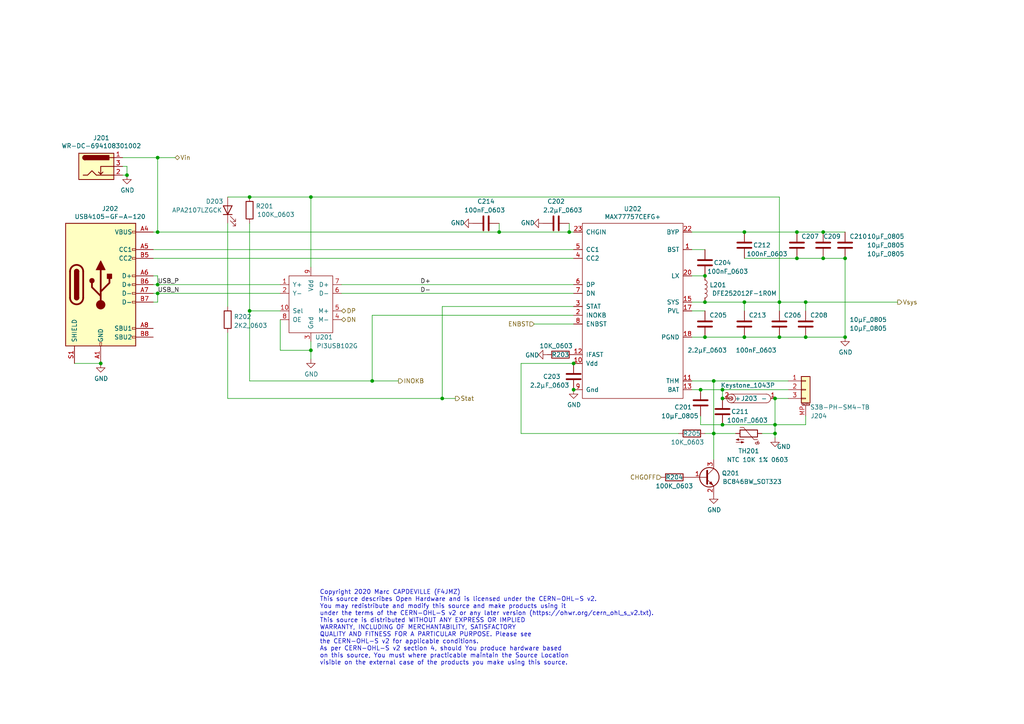
<source format=kicad_sch>
(kicad_sch (version 20211123) (generator eeschema)
  (paper "A4")
  (title_block (title "ESP32s3APRS by F4JMZ") (date "2024-08-24") (rev "0.0.1") (company "©️2025 Marc CAPDEVILLE (F4JMZ)") (comment 1 "Sources : https://github.com/mcapdeville/esp32s3aprs") (comment 2 "Licensed under CERN-OHL-S v2 (https://ohwr.org/cern_ohl_s_v2.txt)"))
  (lib_symbols
    (symbol "CAP_0603:100nF_0603" (pin_numbers hide) (pin_names (offset 0.254))
      (property "Reference" "C" (at 0.635 2.54 0))
      (property "Value" "100nF_0603" (at 0.635 -2.54 0))
      (symbol "100nF_0603_0_1"
        (polyline (pts (xy -2.032 -0.762) (xy 2.032 -0.762)) (stroke (width 0.508)))
        (polyline (pts (xy -2.032 0.762) (xy 2.032 0.762)) (stroke (width 0.508)))
      )
      (symbol "100nF_0603_1_1"
        (pin passive line (at 0 3.81 270) (length 2.794) (name "~") (number "1"))
        (pin passive line (at 0 -3.81 90) (length 2.794) (name "~") (number "2"))
      )
    )
    (symbol "CAP_0603:2.2µF_0603" (pin_numbers hide) (pin_names (offset 0.254))
      (property "Reference" "C" (at 0.635 2.54 0))
      (property "Value" "2.2µF_0603" (at 0.635 -2.54 0))
      (symbol "2.2µF_0603_0_1"
        (polyline (pts (xy -2.032 -0.762) (xy 2.032 -0.762)) (stroke (width 0.508)))
        (polyline (pts (xy -2.032 0.762) (xy 2.032 0.762)) (stroke (width 0.508)))
      )
      (symbol "2.2µF_0603_1_1"
        (pin passive line (at 0 3.81 270) (length 2.794) (name "~") (number "1"))
        (pin passive line (at 0 -3.81 90) (length 2.794) (name "~") (number "2"))
      )
    )
    (symbol "CAP_0805:10µF_0805" (pin_numbers hide) (pin_names (offset 0.254))
      (property "Reference" "C" (at 0.635 2.54 0))
      (property "Value" "10µF_0805" (at 0.635 -2.54 0))
      (symbol "10µF_0805_0_1"
        (polyline (pts (xy -2.032 -0.762) (xy 2.032 -0.762)) (stroke (width 0.508)))
        (polyline (pts (xy -2.032 0.762) (xy 2.032 0.762)) (stroke (width 0.508)))
      )
      (symbol "10µF_0805_1_1"
        (pin passive line (at 0 3.81 270) (length 2.794) (name "~") (number "1"))
        (pin passive line (at 0 -3.81 90) (length 2.794) (name "~") (number "2"))
      )
    )
    (symbol "CON_SMD:S3B-PH-SM4-TB" (pin_names (offset 1.016) hide)
      (property "Reference" "J" (at 0 5.08 0))
      (property "Value" "S3B-PH-SM4-TB" (at 1.27 -5.08 0))
      (symbol "S3B-PH-SM4-TB_1_1"
        (rectangle (start -1.27 -2.413) (end 0 -2.667) (stroke (width 0.1524)))
        (rectangle (start -1.27 0.127) (end 0 -0.127) (stroke (width 0.1524)))
        (rectangle (start -1.27 2.667) (end 0 2.413) (stroke (width 0.1524)))
        (rectangle (start -1.27 3.81) (end 1.27 -3.81) (stroke (width 0.254)) (fill (type background)))
        (polyline (pts (xy -1.016 -4.572) (xy 1.016 -4.572)) (stroke (width 0.1524)))
        (text "Mounting" (at 0 -4.191 0) (effects (font (size 0.381 0.381))))
        (pin passive line (at -5.08 2.54 0) (length 3.81) (name "Pin_1") (number "1"))
        (pin passive line (at -5.08 0 0) (length 3.81) (name "Pin_2") (number "2"))
        (pin passive line (at -5.08 -2.54 0) (length 3.81) (name "Pin_3") (number "3"))
        (pin passive line (at 0 -7.62 90) (length 3.048) (name "MountPin") (number "MP"))
      )
    )
    (symbol "CON_SMD:USB4105-GF-A-120" (pin_names (offset 1.016))
      (property "Reference" "J" (at 2.7178 22.0218 0))
      (property "Value" "USB4105-GF-A-120" (at 2.7178 19.7104 0))
      (symbol "USB4105-GF-A-120_0_0"
        (rectangle (start -0.254 -17.78) (end 0.254 -16.764))
        (rectangle (start 10.16 -14.986) (end 9.144 -15.494))
        (rectangle (start 10.16 -12.446) (end 9.144 -12.954))
        (rectangle (start 10.16 -4.826) (end 9.144 -5.334))
        (rectangle (start 10.16 -2.286) (end 9.144 -2.794))
        (rectangle (start 10.16 0.254) (end 9.144 -0.254))
        (rectangle (start 10.16 2.794) (end 9.144 2.286))
        (rectangle (start 10.16 7.874) (end 9.144 7.366))
        (rectangle (start 10.16 10.414) (end 9.144 9.906))
        (rectangle (start 10.16 15.494) (end 9.144 14.986))
      )
      (symbol "USB4105-GF-A-120_0_1"
        (rectangle (start -10.16 17.78) (end 10.16 -17.78) (stroke (width 0.254)) (fill (type background)))
        (arc (start -8.89 -3.81) (mid -6.985 -5.715) (end -5.08 -3.81) (stroke (width 0.508)))
        (arc (start -7.62 -3.81) (mid -6.985 -4.445) (end -6.35 -3.81) (stroke (width 0.254)))
        (arc (start -7.62 -3.81) (mid -6.985 -4.445) (end -6.35 -3.81) (stroke (width 0.254)) (fill (type outline)))
        (rectangle (start -7.62 -3.81) (end -6.35 3.81) (stroke (width 0.254)) (fill (type outline)))
        (arc (start -6.35 3.81) (mid -6.985 4.445) (end -7.62 3.81) (stroke (width 0.254)))
        (arc (start -6.35 3.81) (mid -6.985 4.445) (end -7.62 3.81) (stroke (width 0.254)) (fill (type outline)))
        (arc (start -5.08 3.81) (mid -6.985 5.715) (end -8.89 3.81) (stroke (width 0.508)))
        (circle (center -2.54 1.143) (radius 0.635) (stroke (width 0.254)) (fill (type outline)))
        (circle (center 0 -5.842) (radius 1.27) (fill (type outline)))
        (polyline (pts (xy -8.89 -3.81) (xy -8.89 3.81)) (stroke (width 0.508)))
        (polyline (pts (xy -5.08 3.81) (xy -5.08 -3.81)) (stroke (width 0.508)))
        (polyline (pts (xy 0 -5.842) (xy 0 4.318)) (stroke (width 0.508)))
        (polyline (pts (xy 0 -3.302) (xy -2.54 -0.762) (xy -2.54 0.508)) (stroke (width 0.508)))
        (polyline (pts (xy 0 -2.032) (xy 2.54 0.508) (xy 2.54 1.778)) (stroke (width 0.508)))
        (polyline (pts (xy -1.27 4.318) (xy 0 6.858) (xy 1.27 4.318) (xy -1.27 4.318)) (stroke (width 0.254)) (fill (type outline)))
        (rectangle (start 1.905 1.778) (end 3.175 3.048) (stroke (width 0.254)) (fill (type outline)))
      )
      (symbol "USB4105-GF-A-120_1_1"
        (pin passive line (at 0 -22.86 90) (length 5.08) (name "GND") (number "A1"))
        (pin passive line (at 0 -22.86 90) (length 5.08) hide (name "GND") (number "A12"))
        (pin passive line (at 15.24 15.24 180) (length 5.08) (name "VBUS") (number "A4"))
        (pin bidirectional line (at 15.24 10.16 180) (length 5.08) (name "CC1") (number "A5"))
        (pin bidirectional line (at 15.24 2.54 180) (length 5.08) (name "D+") (number "A6"))
        (pin bidirectional line (at 15.24 -2.54 180) (length 5.08) (name "D-") (number "A7"))
        (pin bidirectional line (at 15.24 -12.7 180) (length 5.08) (name "SBU1") (number "A8"))
        (pin passive line (at 15.24 15.24 180) (length 5.08) hide (name "VBUS") (number "A9"))
        (pin passive line (at 0 -22.86 90) (length 5.08) hide (name "GND") (number "B1"))
        (pin passive line (at 0 -22.86 90) (length 5.08) hide (name "GND") (number "B12"))
        (pin passive line (at 15.24 15.24 180) (length 5.08) hide (name "VBUS") (number "B4"))
        (pin bidirectional line (at 15.24 7.62 180) (length 5.08) (name "CC2") (number "B5"))
        (pin bidirectional line (at 15.24 0 180) (length 5.08) (name "D+") (number "B6"))
        (pin bidirectional line (at 15.24 -5.08 180) (length 5.08) (name "D-") (number "B7"))
        (pin bidirectional line (at 15.24 -15.24 180) (length 5.08) (name "SBU2") (number "B8"))
        (pin passive line (at 15.24 15.24 180) (length 5.08) hide (name "VBUS") (number "B9"))
        (pin passive line (at -7.62 -22.86 90) (length 5.08) (name "SHIELD") (number "S1"))
      )
    )
    (symbol "CON_THT:Keystone_1043P" (pin_names (offset 1.016))
      (property "Reference" "J" (at 1.27 0 90))
      (property "Value" "Keystone_1043P" (at 6.35 3.81 90))
      (symbol "Keystone_1043P_0_1"
        (arc (start -1.27 -3.81) (mid 0 -5.08) (end 1.27 -3.81))
        (arc (start -0.508 6.35) (mid 0 5.842) (end 0.508 6.35))
        (polyline (pts (xy -1.27 6.35) (xy -1.27 -3.81)))
        (polyline (pts (xy 1.27 -3.81) (xy 1.27 6.35)))
        (circle (center 0 6.35) (radius 1.27))
        (circle (center 0 6.604) (radius 0.508))
      )
      (symbol "Keystone_1043P_1_1"
        (pin input line (at 0 -6.35 90) (length 1.27) (name "-") (number "1"))
        (pin input line (at 0 8.89 270) (length 2.54) (name "+") (number "2"))
      )
    )
    (symbol "CON_THT:WR-DC-694108301002" (pin_names hide)
      (property "Reference" "J" (at 1.4478 8.255 0))
      (property "Value" "WR-DC-694108301002" (at 1.4478 5.9436 0))
      (symbol "WR-DC-694108301002_0_1"
        (rectangle (start -5.08 3.81) (end 5.08 -3.81) (stroke (width 0.254)) (fill (type background)))
        (arc (start -3.302 3.175) (mid -3.937 2.54) (end -3.302 1.905) (stroke (width 0.254)))
        (arc (start -3.302 3.175) (mid -3.937 2.54) (end -3.302 1.905) (stroke (width 0.254)) (fill (type outline)))
        (polyline (pts (xy 1.27 -2.286) (xy 1.905 -1.651)) (stroke (width 0.254)))
        (polyline (pts (xy 5.08 2.54) (xy 3.81 2.54)) (stroke (width 0.254)))
        (polyline (pts (xy 5.08 0) (xy 1.27 0) (xy 1.27 -2.286) (xy 0.635 -1.651)) (stroke (width 0.254)))
        (polyline (pts (xy -3.81 -2.54) (xy -2.54 -2.54) (xy -1.27 -1.27) (xy 0 -2.54) (xy 2.54 -2.54) (xy 5.08 -2.54)) (stroke (width 0.254)))
        (rectangle (start 3.683 3.175) (end -3.302 1.905) (stroke (width 0.254)) (fill (type outline)))
      )
      (symbol "WR-DC-694108301002_1_1"
        (pin passive line (at 7.62 2.54 180) (length 2.54) (name "~") (number "1"))
        (pin passive line (at 7.62 -2.54 180) (length 2.54) (name "~") (number "2"))
        (pin passive line (at 7.62 0 180) (length 2.54) (name "~") (number "3"))
      )
    )
    (symbol "LED_SMD:APA2107LZGCK" (pin_numbers hide) (pin_names (offset 1.016) hide)
      (property "Reference" "D" (at -2.54 0 0))
      (property "Value" "APA2107LZGCK" (at -5.08 5.08 0))
      (symbol "APA2107LZGCK_0_1"
        (polyline (pts (xy -1.27 -1.27) (xy -1.27 1.27)) (stroke (width 0.254)))
        (polyline (pts (xy -1.27 0) (xy 1.27 0)))
        (polyline (pts (xy 1.27 -1.27) (xy 1.27 1.27) (xy -1.27 0) (xy 1.27 -1.27)) (stroke (width 0.254)))
        (polyline (pts (xy -3.048 -0.762) (xy -4.572 -2.286) (xy -3.81 -2.286) (xy -4.572 -2.286) (xy -4.572 -1.524)))
        (polyline (pts (xy -1.778 -0.762) (xy -3.302 -2.286) (xy -2.54 -2.286) (xy -3.302 -2.286) (xy -3.302 -1.524)))
      )
      (symbol "APA2107LZGCK_1_1"
        (pin passive line (at -3.81 0 0) (length 2.54) (name "K") (number "1"))
        (pin passive line (at 3.81 0 180) (length 2.54) (name "A") (number "2"))
      )
    )
    (symbol "L_SMD:DFE252012F-1R0M" (pin_numbers hide) (pin_names (offset 1.016) hide)
      (property "Reference" "L" (at -1.27 0 90))
      (property "Value" "DFE252012F-1R0M" (at 1.905 0 90))
      (property "Footprint" "Inductor_SMD:L_1008_2520Metric" (at 0 0 0))
      (symbol "DFE252012F-1R0M_0_1"
        (arc (start 0 -2.54) (mid 0.635 -1.905) (end 0 -1.27))
        (arc (start 0 -1.27) (mid 0.635 -0.635) (end 0 0))
        (arc (start 0 0) (mid 0.635 0.635) (end 0 1.27))
        (arc (start 0 1.27) (mid 0.635 1.905) (end 0 2.54))
      )
      (symbol "DFE252012F-1R0M_1_1"
        (pin passive line (at 0 3.81 270) (length 1.27) (name "1") (number "1"))
        (pin passive line (at 0 -3.81 90) (length 1.27) (name "2") (number "2"))
      )
    )
    (symbol "NTC_SMD:NTC_10K_0603" (pin_numbers hide) (pin_names (offset 0))
      (property "Reference" "TH" (at -4.445 0 90))
      (property "Value" "NTC_10K_0603" (at 3.175 0 90))
      (symbol "NTC_10K_0603_0_1"
        (arc (start -3.048 2.159) (mid -3.0495 2.3143) (end -3.175 2.413))
        (arc (start -3.048 2.159) (mid -2.9736 1.9794) (end -2.794 1.905))
        (arc (start -3.048 2.794) (mid -2.9736 2.6144) (end -2.794 2.54))
        (arc (start -2.794 1.905) (mid -2.6144 1.9794) (end -2.54 2.159))
        (arc (start -2.794 2.54) (mid -2.4393 2.5587) (end -2.159 2.794))
        (arc (start -2.794 3.048) (mid -2.9736 2.9736) (end -3.048 2.794))
        (arc (start -2.54 2.794) (mid -2.6144 2.9736) (end -2.794 3.048))
        (rectangle (start -1.016 2.54) (end 1.016 -2.54) (stroke (width 0.254)))
        (polyline (pts (xy -2.54 2.159) (xy -2.54 2.794)))
        (polyline (pts (xy -1.778 2.54) (xy -1.778 1.524) (xy 1.778 -1.524) (xy 1.778 -2.54)))
        (polyline (pts (xy -2.54 -3.683) (xy -2.54 -1.397) (xy -2.794 -2.159) (xy -2.286 -2.159) (xy -2.54 -1.397) (xy -2.54 -1.651)) (fill (type outline)))
        (polyline (pts (xy -1.778 -1.397) (xy -1.778 -3.683) (xy -2.032 -2.921) (xy -1.524 -2.921) (xy -1.778 -3.683) (xy -1.778 -3.429)) (fill (type outline)))
      )
      (symbol "NTC_10K_0603_1_1"
        (pin passive line (at 0 3.81 270) (length 1.27) (name "~") (number "1"))
        (pin passive line (at 0 -3.81 90) (length 1.27) (name "~") (number "2"))
      )
    )
    (symbol "Q_SOT323:BC846BW_SOT323" (pin_names (offset 0) hide)
      (property "Reference" "Q" (at 5.08 1.905 0))
      (property "Value" "BC846BW_SOT323" (at 5.08 0 0))
      (symbol "BC846BW_SOT323_0_1"
        (polyline (pts (xy 0.635 0.635) (xy 2.54 2.54)))
        (polyline (pts (xy 0.635 -0.635) (xy 2.54 -2.54) (xy 2.54 -2.54)))
        (polyline (pts (xy 0.635 1.905) (xy 0.635 -1.905) (xy 0.635 -1.905)) (stroke (width 0.508)))
        (polyline (pts (xy 1.27 -1.778) (xy 1.778 -1.27) (xy 2.286 -2.286) (xy 1.27 -1.778) (xy 1.27 -1.778)) (fill (type outline)))
        (circle (center 1.27 0) (radius 2.8194) (stroke (width 0.254)))
      )
      (symbol "BC846BW_SOT323_1_1"
        (pin input line (at -5.08 0 0) (length 5.715) (name "B") (number "1"))
        (pin passive line (at 2.54 -5.08 90) (length 2.54) (name "E") (number "2"))
        (pin passive line (at 2.54 5.08 270) (length 2.54) (name "C") (number "3"))
      )
    )
    (symbol "RES_0603:100K_0603" (pin_numbers hide) (pin_names (offset 0))
      (property "Reference" "R" (at 0 -1.27 90))
      (property "Value" "100K_0603" (at 2.54 0 90))
      (symbol "100K_0603_0_1"
        (rectangle (start -1.016 -2.54) (end 1.016 2.54) (stroke (width 0.254)))
      )
      (symbol "100K_0603_1_1"
        (pin passive line (at 0 3.81 270) (length 1.27) (name "~") (number "1"))
        (pin passive line (at 0 -3.81 90) (length 1.27) (name "~") (number "2"))
      )
    )
    (symbol "RES_0603:10K_0603" (pin_numbers hide) (pin_names (offset 0))
      (property "Reference" "R" (at 0 -1.27 90))
      (property "Value" "10K_0603" (at 2.54 0 90))
      (symbol "10K_0603_0_1"
        (rectangle (start -1.016 -2.54) (end 1.016 2.54) (stroke (width 0.254)))
      )
      (symbol "10K_0603_1_1"
        (pin passive line (at 0 3.81 270) (length 1.27) (name "~") (number "1"))
        (pin passive line (at 0 -3.81 90) (length 1.27) (name "~") (number "2"))
      )
    )
    (symbol "RES_0603:2K2_0603" (pin_numbers hide) (pin_names (offset 0))
      (property "Reference" "R" (at 0 -1.27 90))
      (property "Value" "2K2_0603" (at 2.54 0 90))
      (symbol "2K2_0603_0_1"
        (rectangle (start -1.016 -2.54) (end 1.016 2.54) (stroke (width 0.254)))
      )
      (symbol "2K2_0603_1_1"
        (pin passive line (at 0 3.81 270) (length 1.27) (name "~") (number "1"))
        (pin passive line (at 0 -3.81 90) (length 1.27) (name "~") (number "2"))
      )
    )
    (symbol "U_Alim:MAX77757CEFG+" (pin_names (offset 1.016))
      (property "Reference" "U" (at -0.635 16.891 0))
      (property "Value" "MAX77757CEFG+" (at -0.635 14.5796 0))
      (symbol "MAX77757CEFG+_0_1"
        (rectangle (start -15.24 12.7) (end 13.97 -38.1))
      )
      (symbol "MAX77757CEFG+_1_1"
        (pin input line (at 16.51 5.08 180) (length 2.54) (name "BST") (number "1"))
        (pin input line (at -17.78 -27.94 0) (length 2.54) (name "Vdd") (number "10"))
        (pin input line (at 16.51 -33.02 180) (length 2.54) (name "THM") (number "11"))
        (pin input line (at -17.78 -25.4 0) (length 2.54) (name "IFAST") (number "12"))
        (pin input line (at 16.51 -35.56 180) (length 2.54) (name "BAT") (number "13"))
        (pin input line (at 16.51 -35.56 180) (length 2.54) hide (name "BAT") (number "14"))
        (pin input line (at 16.51 -10.16 180) (length 2.54) (name "SYS") (number "15"))
        (pin input line (at 16.51 -10.16 180) (length 2.54) hide (name "SYS") (number "16"))
        (pin input line (at 16.51 -12.7 180) (length 2.54) (name "PVL") (number "17"))
        (pin input line (at 16.51 -20.32 180) (length 2.54) (name "PGND") (number "18"))
        (pin input line (at 16.51 -20.32 180) (length 2.54) hide (name "PGND") (number "19"))
        (pin input line (at -17.78 -13.97 0) (length 2.54) (name "INOKB") (number "2"))
        (pin input line (at 16.51 -2.54 180) (length 2.54) (name "LX") (number "20"))
        (pin input line (at 16.51 -2.54 180) (length 2.54) hide (name "LX") (number "21"))
        (pin input line (at 16.51 10.16 180) (length 2.54) (name "BYP") (number "22"))
        (pin input line (at -17.78 10.16 0) (length 2.54) (name "CHGIN") (number "23"))
        (pin input line (at -17.78 10.16 0) (length 2.54) hide (name "CHGIN") (number "24"))
        (pin input line (at -17.78 -11.43 0) (length 2.54) (name "STAT") (number "3"))
        (pin input line (at -17.78 2.54 0) (length 2.54) (name "CC2") (number "4"))
        (pin input line (at -17.78 5.08 0) (length 2.54) (name "CC1") (number "5"))
        (pin input line (at -17.78 -5.08 0) (length 2.54) (name "DP") (number "6"))
        (pin input line (at -17.78 -7.62 0) (length 2.54) (name "DN") (number "7"))
        (pin input line (at -17.78 -16.51 0) (length 2.54) (name "ENBST") (number "8"))
        (pin input line (at -17.78 -35.56 0) (length 2.54) (name "Gnd") (number "9"))
      )
    )
    (symbol "U_Analog_sw:PI3USB102G" (pin_names (offset 1.016))
      (property "Reference" "U" (at 3.81 -13.97 0))
      (property "Value" "PI3USB102G" (at 7.62 -16.51 0))
      (symbol "PI3USB102G_0_1"
        (rectangle (start -6.35 3.81) (end 6.35 -12.7))
      )
      (symbol "PI3USB102G_1_1"
        (pin input line (at -8.89 1.27 0) (length 2.54) (name "Y+") (number "1"))
        (pin input line (at -8.89 -6.35 0) (length 2.54) (name "Sel") (number "10"))
        (pin input line (at -8.89 -1.27 0) (length 2.54) (name "Y-") (number "2"))
        (pin input line (at 0 -15.24 90) (length 2.54) (name "Gnd") (number "3"))
        (pin input line (at 8.89 -8.89 180) (length 2.54) (name "M-") (number "4"))
        (pin input line (at 8.89 -6.35 180) (length 2.54) (name "M+") (number "5"))
        (pin input line (at 8.89 -1.27 180) (length 2.54) (name "D-") (number "6"))
        (pin input line (at 8.89 1.27 180) (length 2.54) (name "D+") (number "7"))
        (pin input line (at -8.89 -8.89 0) (length 2.54) (name "OE") (number "8"))
        (pin input line (at 0 6.35 270) (length 2.54) (name "Vdd") (number "9"))
      )
    )
    (symbol "power:GND" (power) (pin_names (offset 0))
      (property "Value" "GND" (at 0 -3.81 0))
      (symbol "GND_0_1"
        (polyline (pts (xy 0 0) (xy 0 -1.27) (xy 1.27 -1.27) (xy 0 -2.54) (xy -1.27 -1.27) (xy 0 -1.27)))
      )
      (symbol "GND_1_1"
        (pin power_in line (at 0 0 270) (length 0) hide (name "GND") (number "1"))
      )
    )
  )
  (junction (at 204.47 97.79))
  (junction (at 166.37 113.03))
  (junction (at 215.9 67.31))
  (junction (at 144.78 67.31))
  (junction (at 90.17 101.6))
  (junction (at 224.79 125.73))
  (junction (at 209.55 113.03))
  (junction (at 224.79 115.57))
  (junction (at 226.06 87.63))
  (junction (at 90.17 57.15))
  (junction (at 233.68 87.63))
  (junction (at 233.68 97.79))
  (junction (at 245.11 97.79))
  (junction (at 238.76 74.93))
  (junction (at 45.72 45.72))
  (junction (at 215.9 87.63))
  (junction (at 231.14 74.93))
  (junction (at 209.55 123.19))
  (junction (at 29.21 105.41))
  (junction (at 245.11 74.93))
  (junction (at 215.9 97.79))
  (junction (at 45.72 85.09))
  (junction (at 72.39 90.17))
  (junction (at 107.95 110.49))
  (junction (at 165.1 67.31))
  (junction (at 226.06 97.79))
  (junction (at 204.47 80.01))
  (junction (at 72.39 57.15))
  (junction (at 207.01 110.49))
  (junction (at 231.14 67.31))
  (junction (at 209.55 115.57))
  (junction (at 203.2 113.03))
  (junction (at 36.83 50.8))
  (junction (at 166.37 105.41))
  (junction (at 224.79 123.19))
  (junction (at 45.72 67.31))
  (junction (at 207.01 125.73))
  (junction (at 204.47 87.63))
  (junction (at 45.72 82.55))
  (junction (at 238.76 67.31))
  (junction (at 128.27 115.57))
  (wire (pts (xy 215.9 74.93) (xy 231.14 74.93)))
  (wire (pts (xy 128.27 88.9) (xy 166.37 88.9)))
  (wire (pts (xy 107.95 91.44) (xy 107.95 110.49)))
  (wire (pts (xy 215.9 87.63) (xy 226.06 87.63)))
  (wire (pts (xy 21.59 105.41) (xy 29.21 105.41)))
  (wire (pts (xy 224.79 123.19) (xy 224.79 125.73)))
  (wire (pts (xy 209.55 113.03) (xy 228.6 113.03)))
  (wire (pts (xy 44.45 85.09) (xy 45.72 85.09)))
  (wire (pts (xy 224.79 125.73) (xy 224.79 127)))
  (wire (pts (xy 196.85 125.73) (xy 151.13 125.73)))
  (wire (pts (xy 45.72 45.72) (xy 35.56 45.72)))
  (wire (pts (xy 226.06 87.63) (xy 233.68 87.63)))
  (wire (pts (xy 245.11 97.79) (xy 245.11 74.93)))
  (wire (pts (xy 200.66 67.31) (xy 215.9 67.31)))
  (wire (pts (xy 90.17 77.47) (xy 90.17 57.15)))
  (wire (pts (xy 203.2 123.19) (xy 209.55 123.19)))
  (wire (pts (xy 90.17 104.14) (xy 90.17 101.6)))
  (wire (pts (xy 204.47 80.01) (xy 200.66 80.01)))
  (wire (pts (xy 200.66 87.63) (xy 204.47 87.63)))
  (wire (pts (xy 81.28 92.71) (xy 81.28 101.6)))
  (wire (pts (xy 81.28 101.6) (xy 90.17 101.6)))
  (wire (pts (xy 45.72 82.55) (xy 44.45 82.55)))
  (wire (pts (xy 99.06 82.55) (xy 166.37 82.55)))
  (wire (pts (xy 90.17 57.15) (xy 72.39 57.15)))
  (wire (pts (xy 66.04 88.9) (xy 66.04 64.77)))
  (wire (pts (xy 44.45 67.31) (xy 45.72 67.31)))
  (wire (pts (xy 207.01 125.73) (xy 207.01 110.49)))
  (wire (pts (xy 72.39 90.17) (xy 81.28 90.17)))
  (wire (pts (xy 107.95 110.49) (xy 115.57 110.49)))
  (wire (pts (xy 66.04 115.57) (xy 128.27 115.57)))
  (wire (pts (xy 165.1 64.77) (xy 165.1 67.31)))
  (wire (pts (xy 231.14 67.31) (xy 238.76 67.31)))
  (wire (pts (xy 200.66 72.39) (xy 204.47 72.39)))
  (wire (pts (xy 203.2 120.65) (xy 203.2 123.19)))
  (wire (pts (xy 204.47 97.79) (xy 215.9 97.79)))
  (wire (pts (xy 72.39 110.49) (xy 107.95 110.49)))
  (wire (pts (xy 151.13 105.41) (xy 166.37 105.41)))
  (wire (pts (xy 45.72 80.01) (xy 45.72 82.55)))
  (wire (pts (xy 35.56 48.26) (xy 36.83 48.26)))
  (wire (pts (xy 204.47 87.63) (xy 215.9 87.63)))
  (wire (pts (xy 215.9 67.31) (xy 231.14 67.31)))
  (wire (pts (xy 260.35 87.63) (xy 233.68 87.63)))
  (wire (pts (xy 233.68 123.19) (xy 233.68 120.65)))
  (wire (pts (xy 224.79 115.57) (xy 224.79 123.19)))
  (wire (pts (xy 207.01 125.73) (xy 213.36 125.73)))
  (wire (pts (xy 200.66 97.79) (xy 204.47 97.79)))
  (wire (pts (xy 66.04 57.15) (xy 72.39 57.15)))
  (wire (pts (xy 90.17 57.15) (xy 226.06 57.15)))
  (wire (pts (xy 207.01 133.35) (xy 207.01 125.73)))
  (wire (pts (xy 226.06 57.15) (xy 226.06 87.63)))
  (wire (pts (xy 128.27 88.9) (xy 128.27 115.57)))
  (wire (pts (xy 233.68 87.63) (xy 233.68 90.17)))
  (wire (pts (xy 36.83 50.8) (xy 35.56 50.8)))
  (wire (pts (xy 44.45 74.93) (xy 166.37 74.93)))
  (wire (pts (xy 238.76 67.31) (xy 245.11 67.31)))
  (wire (pts (xy 231.14 74.93) (xy 238.76 74.93)))
  (wire (pts (xy 45.72 67.31) (xy 144.78 67.31)))
  (wire (pts (xy 81.28 82.55) (xy 45.72 82.55)))
  (wire (pts (xy 215.9 87.63) (xy 215.9 90.17)))
  (wire (pts (xy 45.72 87.63) (xy 44.45 87.63)))
  (wire (pts (xy 44.45 80.01) (xy 45.72 80.01)))
  (wire (pts (xy 107.95 91.44) (xy 166.37 91.44)))
  (wire (pts (xy 99.06 85.09) (xy 166.37 85.09)))
  (wire (pts (xy 226.06 97.79) (xy 233.68 97.79)))
  (wire (pts (xy 132.08 115.57) (xy 128.27 115.57)))
  (wire (pts (xy 66.04 96.52) (xy 66.04 115.57)))
  (wire (pts (xy 207.01 110.49) (xy 200.66 110.49)))
  (wire (pts (xy 220.98 125.73) (xy 224.79 125.73)))
  (wire (pts (xy 50.8 45.72) (xy 45.72 45.72)))
  (wire (pts (xy 151.13 125.73) (xy 151.13 105.41)))
  (wire (pts (xy 209.55 115.57) (xy 209.55 113.03)))
  (wire (pts (xy 144.78 64.77) (xy 144.78 67.31)))
  (wire (pts (xy 228.6 110.49) (xy 207.01 110.49)))
  (wire (pts (xy 224.79 115.57) (xy 228.6 115.57)))
  (wire (pts (xy 238.76 74.93) (xy 245.11 74.93)))
  (wire (pts (xy 226.06 90.17) (xy 226.06 87.63)))
  (wire (pts (xy 45.72 45.72) (xy 45.72 67.31)))
  (wire (pts (xy 207.01 125.73) (xy 204.47 125.73)))
  (wire (pts (xy 36.83 48.26) (xy 36.83 50.8)))
  (wire (pts (xy 154.94 93.98) (xy 166.37 93.98)))
  (wire (pts (xy 215.9 97.79) (xy 226.06 97.79)))
  (wire (pts (xy 166.37 67.31) (xy 165.1 67.31)))
  (wire (pts (xy 45.72 85.09) (xy 45.72 87.63)))
  (wire (pts (xy 233.68 97.79) (xy 245.11 97.79)))
  (wire (pts (xy 81.28 85.09) (xy 45.72 85.09)))
  (wire (pts (xy 44.45 72.39) (xy 166.37 72.39)))
  (wire (pts (xy 144.78 67.31) (xy 165.1 67.31)))
  (wire (pts (xy 90.17 101.6) (xy 90.17 99.06)))
  (wire (pts (xy 72.39 90.17) (xy 72.39 110.49)))
  (wire (pts (xy 72.39 64.77) (xy 72.39 90.17)))
  (wire (pts (xy 204.47 90.17) (xy 200.66 90.17)))
  (wire (pts (xy 209.55 123.19) (xy 224.79 123.19)))
  (wire (pts (xy 209.55 113.03) (xy 203.2 113.03)))
  (wire (pts (xy 203.2 113.03) (xy 200.66 113.03)))
  (wire (pts (xy 224.79 123.19) (xy 233.68 123.19)))
  (text "Copyright 2020 Marc CAPDEVILLE (F4JMZ)\nThis source describes Open Hardware and is licensed under the CERN-OHL-S v2.\nYou may redistribute and modify this source and make products using it\nunder the terms of the CERN-OHL-S v2 or any later version (https://ohwr.org/cern_ohl_s_v2.txt).\nThis source is distributed WITHOUT ANY EXPRESS OR IMPLIED\nWARRANTY, INCLUDING OF MERCHANTABILITY, SATISFACTORY\nQUALITY AND FITNESS FOR A PARTICULAR PURPOSE. Please see\nthe CERN-OHL-S v2 for applicable conditions.\nAs per CERN-OHL-S v2 section 4, should You produce hardware based\non this source, You must where practicable maintain the Source Location\nvisible on the external case of the products you make using this source." (at 92.71 193.04 0) (effects (font (size 1.27 1.27)) (justify left bottom)))
  (label "USB_P" (at 45.72 82.55 0))
  (label "USB_N" (at 45.72 85.09 0))
  (label "D-" (at 121.92 85.09 0))
  (label "D+" (at 121.92 82.55 0))
  (hierarchical_label "Stat" (shape output) (at 132.08 115.57 0))
  (hierarchical_label "DN" (shape bidirectional) (at 99.06 92.71 0))
  (hierarchical_label "CHGOFF" (shape input) (at 191.77 138.43 180))
  (hierarchical_label "Vsys" (shape output) (at 260.35 87.63 0))
  (hierarchical_label "ENBST" (shape input) (at 154.94 93.98 180))
  (hierarchical_label "Vin" (shape bidirectional) (at 50.8 45.72 0))
  (hierarchical_label "INOKB" (shape output) (at 115.57 110.49 0))
  (hierarchical_label "DP" (shape bidirectional) (at 99.06 90.17 0))
  (symbol (lib_id "L_SMD:DFE252012F-1R0M") (at 204.47 83.82 0) (unit 1)
    (property "Reference" "L201" (at 205.7908 82.6516 0) (effects (justify left)))
    (property "Value" "DFE252012F-1R0M" (at 215.9 85.09 0))
    (property "Footprint" "Inductor_SMD:L_1008_2520Metric" (effects hide))
    (property "Radiospares" "230-7900" (effects hide))
    (property "Mouser" "81-DFE252012F-1R0MP2" (effects hide))
  )
  (symbol (lib_id "CAP_0805:10µF_0805") (at 226.06 93.98 0) (unit 1)
    (property "Reference" "C206" (at 227.33 91.44 0) (effects (justify left)))
    (property "Value" "10µF_0805" (at 246.38 92.71 0) (effects (justify left)))
    (property "Footprint" "Capacitor_SMD:C_0805_2012Metric" (effects hide))
    (property "Radiospares" "184-3756" (effects hide))
    (property "Mouser" "963-TMK212BBJ106MG-T" (effects hide))
  )
  (symbol (lib_id "CAP_0805:10µF_0805") (at 233.68 93.98 0) (unit 1)
    (property "Reference" "C208" (at 234.95 91.44 0) (effects (justify left)))
    (property "Value" "10µF_0805" (at 246.38 95.25 0) (effects (justify left)))
    (property "Footprint" "Capacitor_SMD:C_0805_2012Metric" (effects hide))
    (property "Radiospares" "184-3756" (effects hide))
    (property "Mouser" "963-TMK212BBJ106MG-T" (effects hide))
  )
  (symbol (lib_id "CAP_0603:2.2µF_0603") (at 204.47 93.98 0) (unit 1)
    (property "Reference" "C205" (at 205.74 91.44 0) (effects (justify left)))
    (property "Value" "2.2µF_0603" (at 199.39 101.6 0) (effects (justify left)))
    (property "Footprint" "Capacitor_SMD:C_0603_1608Metric" (effects hide))
    (property "Radiospares" "103-4115" (effects hide))
    (property "Mouser" "963-UMK107BBJ225KA-T" (effects hide))
  )
  (symbol (lib_id "CAP_0603:2.2µF_0603") (at 161.29 64.77 270) (mirror x) (unit 1)
    (property "Reference" "C202" (at 161.29 58.42 90))
    (property "Value" "2.2µF_0603" (at 157.48 60.96 90) (effects (justify left)))
    (property "Footprint" "Capacitor_SMD:C_0603_1608Metric" (effects hide))
    (property "Radiospares" "103-4115" (effects hide))
    (property "Mouser" "963-UMK107BBJ225KA-T" (effects hide))
  )
  (symbol (lib_id "U_Alim:MAX77757CEFG+") (at 184.15 77.47 0) (unit 1)
    (property "Reference" "U202" (at 183.515 60.579 0))
    (property "Value" "MAX77757CEFG+" (at 183.515 62.8904 0))
    (property "Footprint" "_footprint:FC2QFN-24_3x3_Pitch0.4mm" (effects hide))
    (property "Mouser" "700-MAX77757JEFG420" (effects hide))
  )
  (symbol (lib_id "CAP_0603:2.2µF_0603") (at 166.37 109.22 0) (unit 1)
    (property "Reference" "C203" (at 157.48 109.22 0) (effects (justify left)))
    (property "Value" "2.2µF_0603" (at 153.67 111.76 0) (effects (justify left)))
    (property "Footprint" "Capacitor_SMD:C_0603_1608Metric" (effects hide))
    (property "Radiospares" "103-4115" (effects hide))
    (property "Mouser" "963-UMK107BBJ225KA-T" (effects hide))
  )
  (symbol (lib_id "CAP_0805:10µF_0805") (at 231.14 71.12 0) (unit 1)
    (property "Reference" "C207" (at 232.41 68.58 0) (effects (justify left)))
    (property "Value" "10µF_0805" (at 251.46 73.66 0) (effects (justify left)))
    (property "Footprint" "Capacitor_SMD:C_0805_2012Metric" (effects hide))
    (property "Radiospares" "184-3756" (effects hide))
    (property "Mouser" "963-TMK212BBJ106MG-T" (effects hide))
  )
  (symbol (lib_id "CAP_0805:10µF_0805") (at 238.76 71.12 0) (unit 1)
    (property "Reference" "C209" (at 238.76 68.58 0) (effects (justify left)))
    (property "Value" "10µF_0805" (at 251.46 71.12 0) (effects (justify left)))
    (property "Footprint" "Capacitor_SMD:C_0805_2012Metric" (effects hide))
    (property "Radiospares" "184-3756" (effects hide))
    (property "Mouser" "963-TMK212BBJ106MG-T" (effects hide))
  )
  (symbol (lib_id "CAP_0805:10µF_0805") (at 245.11 71.12 0) (unit 1)
    (property "Reference" "C210" (at 246.38 68.58 0) (effects (justify left)))
    (property "Value" "10µF_0805" (at 251.46 68.58 0) (effects (justify left)))
    (property "Footprint" "Capacitor_SMD:C_0805_2012Metric" (effects hide))
    (property "Radiospares" "184-3756" (effects hide))
    (property "Mouser" "963-TMK212BBJ106MG-T" (effects hide))
  )
  (symbol (lib_id "U_Analog_sw:PI3USB102G") (at 90.17 83.82 0) (unit 1)
    (property "Reference" "U201" (at 93.98 97.79 0))
    (property "Value" "PI3USB102G" (at 97.79 100.33 0))
    (property "Footprint" "_footprint:TQFN-10_1.3x1.6mm_P0.4mm" (effects hide))
    (property "Mouser" "729-PI3USB102GZLEX" (effects hide))
  )
  (symbol (lib_id "power:GND") (at 90.17 104.14 0) (unit 1)
    (property "Reference" "#PWR0204" (effects hide))
    (property "Value" "GND" (at 90.297 108.5342 0))
  )
  (symbol (lib_id "CON_SMD:USB4105-GF-A-120") (at 29.21 82.55 0) (unit 1)
    (property "Reference" "J202" (at 31.9278 60.5282 0))
    (property "Value" "USB4105-GF-A-120" (at 31.9278 62.8396 0))
    (property "Footprint" "_footprint:USB_C_Receptacle_GCT_4105" (effects hide))
    (property "Datasheet" "https://www.usb.org/sites/default/files/documents/usb_type-c.zip" (effects hide))
    (property "Mouser" "640-USB4105-GF-A-120" (effects hide))
  )
  (symbol (lib_id "power:GND") (at 29.21 105.41 0) (unit 1)
    (property "Reference" "#PWR0202" (effects hide))
    (property "Value" "GND" (at 29.337 109.8042 0))
  )
  (symbol (lib_id "CON_SMD:S3B-PH-SM4-TB") (at 233.68 113.03 0) (unit 1)
    (property "Reference" "J204" (at 237.49 120.65 0))
    (property "Value" "S3B-PH-SM4-TB" (at 234.95 118.11 0) (effects (justify left)))
    (property "Footprint" "Connector_JST:JST_PH_S3B-PH-SM4-TB_1x03-1MP_P2.00mm_Horizontal" (effects hide))
    (property "Radiospares" "688-1357" (effects hide))
    (property "Mouser" "306-S3BPHSM4TBLFSN" (effects hide))
  )
  (symbol (lib_id "power:GND") (at 224.79 127 0) (unit 1)
    (property "Reference" "#PWR0210" (effects hide))
    (property "Value" "GND" (at 227.33 129.54 0))
  )
  (symbol (lib_id "CON_THT:Keystone_1043P") (at 218.44 115.57 90) (unit 1)
    (property "Reference" "J203" (at 219.71 115.57 90) (effects (justify left)))
    (property "Value" "Keystone_1043P" (at 224.79 111.76 90) (effects (justify left)))
    (property "Footprint" "_footprint:Keystone-1043" (effects hide))
    (property "Mouser" "534-1043" (effects hide))
  )
  (symbol (lib_id "power:GND") (at 245.11 97.79 0) (unit 1)
    (property "Reference" "#PWR0211" (effects hide))
    (property "Value" "GND" (at 245.237 102.1842 0))
  )
  (symbol (lib_id "CAP_0603:100nF_0603") (at 204.47 76.2 0) (unit 1)
    (property "Reference" "C204" (at 209.55 76.2 0))
    (property "Value" "100nF_0603" (at 205.105 78.74 0) (effects (justify left)))
    (property "Footprint" "Capacitor_SMD:C_0603_1608Metric" (effects hide))
    (property "Radiospares" "184-3685" (effects hide))
    (property "Mouser" "963-UMK107B7104KAHT" (effects hide))
  )
  (symbol (lib_id "power:GND") (at 157.48 64.77 270) (mirror x) (unit 1)
    (property "Reference" "#PWR0206" (effects hide))
    (property "Value" "GND" (at 153.0858 64.643 90))
  )
  (symbol (lib_id "power:GND") (at 166.37 113.03 0) (unit 1)
    (property "Reference" "#PWR0208" (effects hide))
    (property "Value" "GND" (at 166.497 117.4242 0))
  )
  (symbol (lib_id "RES_0603:10K_0603") (at 200.66 125.73 270) (unit 1)
    (property "Reference" "R205" (at 200.66 125.73 90))
    (property "Value" "10K_0603" (at 199.39 128.27 90))
    (property "Footprint" "Resistor_SMD:R_0603_1608Metric" (effects hide))
    (property "Radiospares" "199-5443" (effects hide))
    (property "Mouser" "603-RC0603FR-0710KL" (effects hide))
  )
  (symbol (lib_id "NTC_SMD:NTC_10K_0603") (at 217.17 125.73 270) (mirror x) (unit 1)
    (property "Reference" "TH201" (at 217.17 130.81 90))
    (property "Value" "NTC 10K 1% 0603" (at 219.71 133.35 90))
    (property "Footprint" "Resistor_SMD:R_0603_1608Metric" (effects hide))
    (property "Radiospares" "684-1264" (effects hide))
    (property "Mouser" "594-NTCS0603E3103FMT" (effects hide))
  )
  (symbol (lib_id "RES_0603:10K_0603") (at 162.56 102.87 270) (unit 1)
    (property "Reference" "R203" (at 162.56 102.87 90))
    (property "Value" "10K_0603" (at 161.29 100.33 90))
    (property "Footprint" "Resistor_SMD:R_0603_1608Metric" (effects hide))
    (property "Radiospares" "199-5443" (effects hide))
    (property "Mouser" "603-RC0603FR-0710KL" (effects hide))
  )
  (symbol (lib_id "CON_THT:WR-DC-694108301002") (at 27.94 48.26 0) (unit 1)
    (property "Reference" "J201" (at 29.3878 40.005 0))
    (property "Value" "WR-DC-694108301002" (at 29.3878 42.3164 0))
    (property "Footprint" "_footprint:BarrelJack_Wuerth_6941xx301002" (effects hide))
    (property "Mouser" "710-694108301002" (effects hide))
  )
  (symbol (lib_id "power:GND") (at 36.83 50.8 0) (unit 1)
    (property "Reference" "#PWR0203" (effects hide))
    (property "Value" "GND" (at 36.957 55.1942 0))
  )
  (symbol (lib_id "Q_SOT323:BC846BW_SOT323") (at 204.47 138.43 0) (unit 1)
    (property "Reference" "Q201" (at 209.3214 137.2616 0) (effects (justify left)))
    (property "Value" "BC846BW_SOT323" (at 209.55 139.7 0) (effects (justify left)))
    (property "Footprint" "Package_TO_SOT_SMD:SOT-323_SC-70" (effects hide))
    (property "Radiospares" "436-7931" (effects hide))
    (property "Mouser" "771-BC846BW-T/R" (effects hide))
  )
  (symbol (lib_id "RES_0603:100K_0603") (at 195.58 138.43 270) (unit 1)
    (property "Reference" "R204" (at 195.58 138.43 90))
    (property "Value" "100K_0603" (at 195.58 140.97 90))
    (property "Footprint" "Resistor_SMD:R_0603_1608Metric" (effects hide))
    (property "Radiospares" "199-5439" (effects hide))
    (property "Mouser" "603-RC0603FR-07100KL" (effects hide))
  )
  (symbol (lib_id "power:GND") (at 207.01 143.51 0) (unit 1)
    (property "Reference" "#PWR0209" (effects hide))
    (property "Value" "GND" (at 207.137 147.9042 0))
  )
  (symbol (lib_id "power:GND") (at 158.75 102.87 270) (unit 1)
    (property "Reference" "#PWR0207" (effects hide))
    (property "Value" "GND" (at 154.3558 102.997 90))
  )
  (symbol (lib_id "LED_SMD:APA2107LZGCK") (at 66.04 60.96 90) (unit 1)
    (property "Reference" "D203" (at 62.23 58.42 90))
    (property "Value" "APA2107LZGCK" (at 57.15 60.96 90))
    (property "Footprint" "_footprint:SIDELED_APA2107" (effects hide))
    (property "Mouser" "604-APA2107LZGCK" (effects hide))
  )
  (symbol (lib_id "CAP_0805:10µF_0805") (at 203.2 116.84 0) (unit 1)
    (property "Reference" "C201" (at 195.58 118.11 0) (effects (justify left)))
    (property "Value" "10µF_0805" (at 191.77 120.65 0) (effects (justify left)))
    (property "Footprint" "Capacitor_SMD:C_0805_2012Metric" (effects hide))
    (property "Radiospares" "184-3756" (effects hide))
    (property "Mouser" "963-TMK212BBJ106MG-T" (effects hide))
  )
  (symbol (lib_id "RES_0603:100K_0603") (at 72.39 60.96 0) (unit 1)
    (property "Reference" "R201" (at 74.168 59.7916 0) (effects (justify left)))
    (property "Value" "100K_0603" (at 80.01 62.23 0))
    (property "Footprint" "Resistor_SMD:R_0603_1608Metric" (effects hide))
    (property "Radiospares" "199-5439" (effects hide))
    (property "Mouser" "603-RC0603FR-07100KL" (effects hide))
  )
  (symbol (lib_id "CAP_0603:100nF_0603") (at 140.97 64.77 270) (unit 1)
    (property "Reference" "C214" (at 140.97 58.42 90))
    (property "Value" "100nF_0603" (at 134.62 60.96 90) (effects (justify left)))
    (property "Footprint" "Capacitor_SMD:C_0603_1608Metric" (effects hide))
    (property "Radiospares" "184-3685" (effects hide))
    (property "Mouser" "963-UMK107B7104KAHT" (effects hide))
  )
  (symbol (lib_id "power:GND") (at 137.16 64.77 270) (mirror x) (unit 1)
    (property "Reference" "#PWR0137" (effects hide))
    (property "Value" "GND" (at 132.7658 64.643 90))
  )
  (symbol (lib_id "RES_0603:2K2_0603") (at 66.04 92.71 0) (unit 1)
    (property "Reference" "R202" (at 67.818 91.8753 0) (effects (justify left)))
    (property "Value" "2K2_0603" (at 67.818 94.4122 0) (effects (justify left)))
    (property "Footprint" "Resistor_SMD:R_0603_1608Metric" (effects hide))
    (property "Radiospares" "199-5518" (effects hide))
    (property "Mouser" "603-RC0603FR-072K2L" (effects hide))
  )
  (symbol (lib_id "CAP_0603:100nF_0603") (at 215.9 71.12 0) (unit 1)
    (property "Reference" "C212" (at 220.98 71.12 0))
    (property "Value" "100nF_0603" (at 216.535 73.66 0) (effects (justify left)))
    (property "Footprint" "Capacitor_SMD:C_0603_1608Metric" (effects hide))
    (property "Radiospares" "184-3685" (effects hide))
    (property "Mouser" "963-UMK107B7104KAHT" (effects hide))
  )
  (symbol (lib_id "CAP_0603:100nF_0603") (at 215.9 93.98 0) (unit 1)
    (property "Reference" "C213" (at 219.71 91.44 0))
    (property "Value" "100nF_0603" (at 213.36 101.6 0) (effects (justify left)))
    (property "Footprint" "Capacitor_SMD:C_0603_1608Metric" (effects hide))
    (property "Radiospares" "184-3685" (effects hide))
    (property "Mouser" "963-UMK107B7104KAHT" (effects hide))
  )
  (symbol (lib_id "CAP_0603:100nF_0603") (at 209.55 119.38 0) (unit 1)
    (property "Reference" "C211" (at 214.63 119.38 0))
    (property "Value" "100nF_0603" (at 210.82 121.92 0) (effects (justify left)))
    (property "Footprint" "Capacitor_SMD:C_0603_1608Metric" (effects hide))
    (property "Radiospares" "184-3685" (effects hide))
    (property "Mouser" "963-UMK107B7104KAHT" (effects hide))
  )
)
</source>
